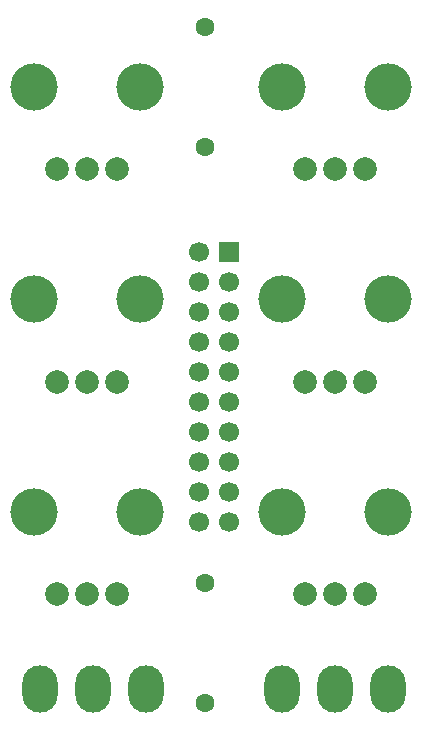
<source format=gbr>
%TF.GenerationSoftware,KiCad,Pcbnew,9.0.5*%
%TF.CreationDate,2025-10-05T20:16:51+02:00*%
%TF.ProjectId,11_fm_drum_io,31315f66-6d5f-4647-9275-6d5f696f2e6b,rev?*%
%TF.SameCoordinates,Original*%
%TF.FileFunction,Soldermask,Top*%
%TF.FilePolarity,Negative*%
%FSLAX46Y46*%
G04 Gerber Fmt 4.6, Leading zero omitted, Abs format (unit mm)*
G04 Created by KiCad (PCBNEW 9.0.5) date 2025-10-05 20:16:51*
%MOMM*%
%LPD*%
G01*
G04 APERTURE LIST*
%ADD10O,3.000000X4.000000*%
%ADD11C,4.000000*%
%ADD12C,2.000000*%
%ADD13C,1.600000*%
%ADD14R,1.700000X1.700000*%
%ADD15C,1.700000*%
G04 APERTURE END LIST*
D10*
%TO.C,SW2*%
X110500000Y-100000000D03*
X106000000Y-100000000D03*
X101500000Y-100000000D03*
%TD*%
D11*
%TO.C,RV1*%
X80500000Y-67000000D03*
X89500000Y-67000000D03*
D12*
X82460000Y-74000000D03*
X85000000Y-74000000D03*
X87540000Y-74000000D03*
%TD*%
D11*
%TO.C,RV4*%
X80500000Y-49000000D03*
X89500000Y-49000000D03*
D12*
X82460000Y-56000000D03*
X85000000Y-56000000D03*
X87540000Y-56000000D03*
%TD*%
D11*
%TO.C,RV5*%
X101500000Y-49000000D03*
X110500000Y-49000000D03*
D12*
X103460000Y-56000000D03*
X106000000Y-56000000D03*
X108540000Y-56000000D03*
%TD*%
D11*
%TO.C,RV6*%
X80500000Y-85000000D03*
X89500000Y-85000000D03*
D12*
X82460000Y-92000000D03*
X85000000Y-92000000D03*
X87540000Y-92000000D03*
%TD*%
D10*
%TO.C,SW1*%
X90000000Y-100000000D03*
X85500000Y-100000000D03*
X81000000Y-100000000D03*
%TD*%
D11*
%TO.C,RV3*%
X101500000Y-85000000D03*
X110500000Y-85000000D03*
D12*
X103460000Y-92000000D03*
X106000000Y-92000000D03*
X108540000Y-92000000D03*
%TD*%
D11*
%TO.C,RV2*%
X101500000Y-67000000D03*
X110500000Y-67000000D03*
D12*
X103460000Y-74000000D03*
X106000000Y-74000000D03*
X108540000Y-74000000D03*
%TD*%
D13*
%TO.C,R1*%
X95000000Y-43920000D03*
X95000000Y-54080000D03*
%TD*%
D14*
%TO.C,J1*%
X97000000Y-63000000D03*
D15*
X94460000Y-63000000D03*
X97000000Y-65540000D03*
X94460000Y-65540000D03*
X97000000Y-68080000D03*
X94460000Y-68080000D03*
X97000000Y-70620000D03*
X94460000Y-70620000D03*
X97000000Y-73160000D03*
X94460000Y-73160000D03*
X97000000Y-75700000D03*
X94460000Y-75700000D03*
X97000000Y-78240000D03*
X94460000Y-78240000D03*
X97000000Y-80780000D03*
X94460000Y-80780000D03*
X97000000Y-83320000D03*
X94460000Y-83320000D03*
X97000000Y-85860000D03*
X94460000Y-85860000D03*
%TD*%
D13*
%TO.C,R2*%
X95000000Y-91000000D03*
X95000000Y-101160000D03*
%TD*%
M02*

</source>
